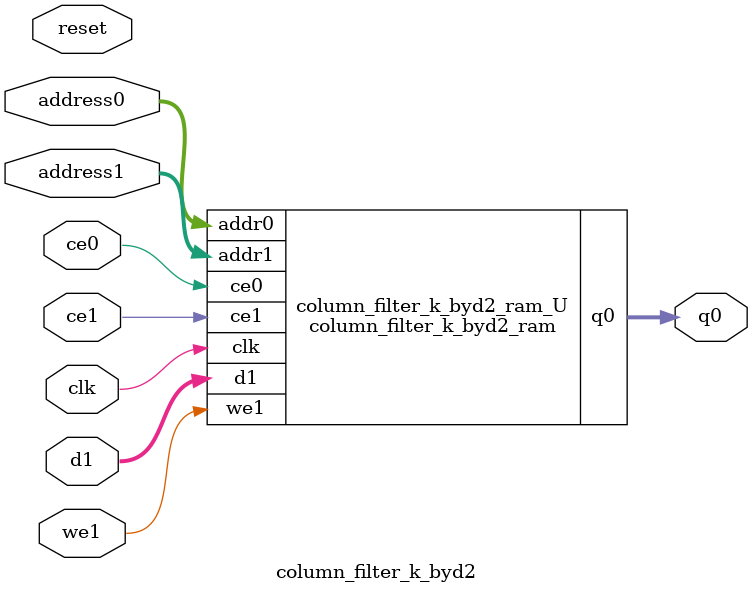
<source format=v>

`timescale 1 ns / 1 ps
module column_filter_k_byd2_ram (addr0, ce0, q0, addr1, ce1, d1, we1,  clk);

parameter DWIDTH = 35;
parameter AWIDTH = 8;
parameter MEM_SIZE = 256;

input[AWIDTH-1:0] addr0;
input ce0;
output reg[DWIDTH-1:0] q0;
input[AWIDTH-1:0] addr1;
input ce1;
input[DWIDTH-1:0] d1;
input we1;
input clk;

(* ram_style = "block" *)reg [DWIDTH-1:0] ram[0:MEM_SIZE-1];




always @(posedge clk)  
begin 
    if (ce0) 
    begin
            q0 <= ram[addr0];
    end
end


always @(posedge clk)  
begin 
    if (ce1) 
    begin
        if (we1) 
        begin 
            ram[addr1] <= d1; 
        end 
    end
end


endmodule


`timescale 1 ns / 1 ps
module column_filter_k_byd2(
    reset,
    clk,
    address0,
    ce0,
    q0,
    address1,
    ce1,
    we1,
    d1);

parameter DataWidth = 32'd35;
parameter AddressRange = 32'd256;
parameter AddressWidth = 32'd8;
input reset;
input clk;
input[AddressWidth - 1:0] address0;
input ce0;
output[DataWidth - 1:0] q0;
input[AddressWidth - 1:0] address1;
input ce1;
input we1;
input[DataWidth - 1:0] d1;



column_filter_k_byd2_ram column_filter_k_byd2_ram_U(
    .clk( clk ),
    .addr0( address0 ),
    .ce0( ce0 ),
    .q0( q0 ),
    .addr1( address1 ),
    .ce1( ce1 ),
    .we1( we1 ),
    .d1( d1 ));

endmodule


</source>
